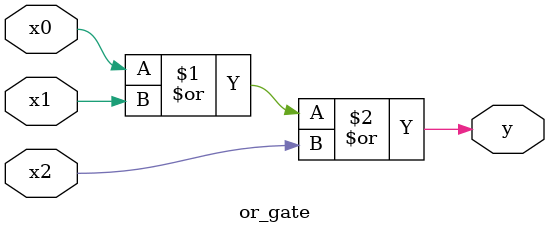
<source format=v>
module or_gate(y, x0, x1, x2);
	output y;
	input x0, x1, x2;
		
	assign y = x0 | x1 | x2;
endmodule
	
</source>
